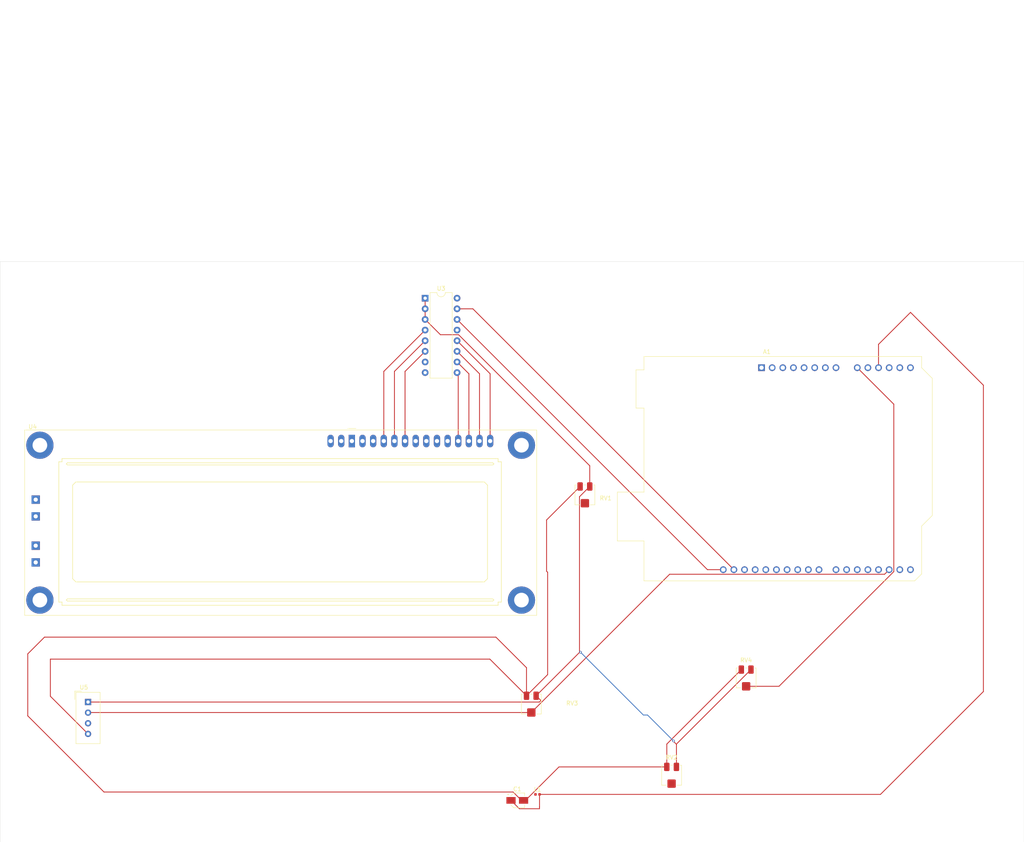
<source format=kicad_pcb>
(kicad_pcb (version 20240108) (generator "pcbnew") (generator_version "8.0")
  (layers (0 "F.Cu" signal) (31 "B.Cu" signal) (34 "B.Paste" user) (35 "F.Paste" user) (36 "B.SilkS" user "B.Silkscreen") (37 "F.SilkS" user "F.Silkscreen") (38 "B.Mask" user) (39 "F.Mask" user) (44 "Edge.Cuts" user))
  (net 0 "")
  (net 2 "Net-(A1-D2)")
  (net 7 "Net-(U3-SDA)")
  (net 10 "Net-(A1-A0)")
  (net 15 "Net-(U3-SCL)")
  (net 20 "Net-(A1-A2)")
  (net 23 "Net-(A1-A1)")
  (net 33 "Earth")
  (net 34 "Net-(U1-s)")
  (net 35 "Net-(U1-TESTPIN)")
  (net 36 "+5V")
  (net 37 "Net-(U2-TEST)")
  (net 38 "Net-(U3-P4)")
  (net 39 "Net-(U3-P1)")
  (net 40 "Net-(U3-P5)")
  (net 42 "Net-(U3-P2)")
  (net 43 "Net-(U3-P6)")
  (net 46 "Net-(U3-P0)")
  (net 48 "Net-(U3-P7)")
  (footprint "Potentiometer_SMD:Potentiometer_Bourns_3314J_Vertical" (layer "F.Cu") (at 162.65 73)
    (property "Reference" "RV1" (at 4.95 0.8 0) (layer "F.SilkS"))
    (property "Value" "R_Potentiometer")
    (fp_line (start -2.37 -2.37) (end -2.37 2.37) (stroke (width 0.12)) (layer "F.SilkS"))
    (fp_line (start -2.37 -2.37) (end -2.06 -2.37) (stroke (width 0.12)) (layer "F.SilkS"))
    (fp_line (start -2.37 2.37) (end -1.27 2.37) (stroke (width 0.12)) (layer "F.SilkS"))
    (fp_line (start -0.24 -2.37) (end 0.24 -2.37) (stroke (width 0.12)) (layer "F.SilkS"))
    (fp_line (start 1.26 2.37) (end 2.37 2.37) (stroke (width 0.12)) (layer "F.SilkS"))
    (fp_line (start 2.06 -2.37) (end 2.37 -2.37) (stroke (width 0.12)) (layer "F.SilkS"))
    (fp_line (start 2.37 -2.37) (end 2.37 2.37) (stroke (width 0.12)) (layer "F.SilkS"))
    (pad "1" smd roundrect (at -1.15 -2) (size 1.3 2) (layers "F.Cu" "F.Paste" "F.Mask") (roundrect_rratio 0.1923076923) (net 33 "Earth"))
    (pad "2" smd roundrect (at 0 2) (size 2 2) (layers "F.Cu" "F.Paste" "F.Mask") (roundrect_rratio 0.125) (net 35 "Net-(U1-TESTPIN)"))
    (pad "3" smd roundrect (at 1.15 -2) (size 1.3 2) (layers "F.Cu" "F.Paste" "F.Mask") (roundrect_rratio 0.1923076923) (net 36 "+5V"))
  )
  (footprint "Module:Arduino_UNO_R3" (layer "F.Cu") (at 204.825 42.62)
    (property "Reference" "A1" (at 1.27 -3.81 180) (layer "F.SilkS"))
    (property "Value" "Arduino_UNO_R3")
    (fp_line (start -34.42 29.72) (end -34.42 41.4) (stroke (width 0.12)) (layer "F.SilkS"))
    (fp_line (start -34.42 41.4) (end -28.07 41.4) (stroke (width 0.12)) (layer "F.SilkS"))
    (fp_line (start -29.97 0.51) (end -29.97 9.65) (stroke (width 0.12)) (layer "F.SilkS"))
    (fp_line (start -29.97 9.65) (end -28.07 9.65) (stroke (width 0.12)) (layer "F.SilkS"))
    (fp_line (start -28.07 -2.67) (end -28.07 0.51) (stroke (width 0.12)) (layer "F.SilkS"))
    (fp_line (start -28.07 0.51) (end -29.97 0.51) (stroke (width 0.12)) (layer "F.SilkS"))
    (fp_line (start -28.07 9.65) (end -28.07 29.72) (stroke (width 0.12)) (layer "F.SilkS"))
    (fp_line (start -28.07 29.72) (end -34.42 29.72) (stroke (width 0.12)) (layer "F.SilkS"))
    (fp_line (start -28.07 41.4) (end -28.07 50.93) (stroke (width 0.12)) (layer "F.SilkS"))
    (fp_line (start -28.07 50.93) (end 36.58 50.93) (stroke (width 0.12)) (layer "F.SilkS"))
    (fp_line (start 36.58 50.93) (end 38.23 49.28) (stroke (width 0.12)) (layer "F.SilkS"))
    (fp_line (start 38.23 -2.67) (end -28.07 -2.67) (stroke (width 0.12)) (layer "F.SilkS"))
    (fp_line (start 38.23 0) (end 38.23 -2.67) (stroke (width 0.12)) (layer "F.SilkS"))
    (fp_line (start 38.23 37.85) (end 40.77 35.31) (stroke (width 0.12)) (layer "F.SilkS"))
    (fp_line (start 38.23 49.28) (end 38.23 37.85) (stroke (width 0.12)) (layer "F.SilkS"))
    (fp_line (start 40.77 2.54) (end 38.23 0) (stroke (width 0.12)) (layer "F.SilkS"))
    (fp_line (start 40.77 35.31) (end 40.77 2.54) (stroke (width 0.12)) (layer "F.SilkS"))
    (pad "1" thru_hole rect (at 0 0 90) (size 1.6 1.6) (drill 1) (layers "*.Cu" "*.Mask"))
    (pad "2" thru_hole oval (at 2.54 0 90) (size 1.6 1.6) (drill 1) (layers "*.Cu" "*.Mask"))
    (pad "3" thru_hole oval (at 5.08 0 90) (size 1.6 1.6) (drill 1) (layers "*.Cu" "*.Mask"))
    (pad "4" thru_hole oval (at 7.62 0 90) (size 1.6 1.6) (drill 1) (layers "*.Cu" "*.Mask"))
    (pad "5" thru_hole oval (at 10.16 0 90) (size 1.6 1.6) (drill 1) (layers "*.Cu" "*.Mask"))
    (pad "6" thru_hole oval (at 12.7 0 90) (size 1.6 1.6) (drill 1) (layers "*.Cu" "*.Mask"))
    (pad "7" thru_hole oval (at 15.24 0 90) (size 1.6 1.6) (drill 1) (layers "*.Cu" "*.Mask"))
    (pad "8" thru_hole oval (at 17.78 0 90) (size 1.6 1.6) (drill 1) (layers "*.Cu" "*.Mask"))
    (pad "9" thru_hole oval (at 22.86 0 90) (size 1.6 1.6) (drill 1) (layers "*.Cu" "*.Mask") (net 10 "Net-(A1-A0)"))
    (pad "10" thru_hole oval (at 25.4 0 90) (size 1.6 1.6) (drill 1) (layers "*.Cu" "*.Mask") (net 23 "Net-(A1-A1)"))
    (pad "11" thru_hole oval (at 27.94 0 90) (size 1.6 1.6) (drill 1) (layers "*.Cu" "*.Mask") (net 20 "Net-(A1-A2)"))
    (pad "12" thru_hole oval (at 30.48 0 90) (size 1.6 1.6) (drill 1) (layers "*.Cu" "*.Mask"))
    (pad "13" thru_hole oval (at 33.02 0 90) (size 1.6 1.6) (drill 1) (layers "*.Cu" "*.Mask"))
    (pad "14" thru_hole oval (at 35.56 0 90) (size 1.6 1.6) (drill 1) (layers "*.Cu" "*.Mask"))
    (pad "15" thru_hole oval (at 35.56 48.26 90) (size 1.6 1.6) (drill 1) (layers "*.Cu" "*.Mask"))
    (pad "16" thru_hole oval (at 33.02 48.26 90) (size 1.6 1.6) (drill 1) (layers "*.Cu" "*.Mask"))
    (pad "17" thru_hole oval (at 30.48 48.26 90) (size 1.6 1.6) (drill 1) (layers "*.Cu" "*.Mask") (net 2 "Net-(A1-D2)"))
    (pad "18" thru_hole oval (at 27.94 48.26 90) (size 1.6 1.6) (drill 1) (layers "*.Cu" "*.Mask"))
    (pad "19" thru_hole oval (at 25.4 48.26 90) (size 1.6 1.6) (drill 1) (layers "*.Cu" "*.Mask"))
    (pad "20" thru_hole oval (at 22.86 48.26 90) (size 1.6 1.6) (drill 1) (layers "*.Cu" "*.Mask"))
    (pad "21" thru_hole oval (at 20.32 48.26 90) (size 1.6 1.6) (drill 1) (layers "*.Cu" "*.Mask"))
    (pad "22" thru_hole oval (at 17.78 48.26 90) (size 1.6 1.6) (drill 1) (layers "*.Cu" "*.Mask"))
    (pad "23" thru_hole oval (at 13.72 48.26 90) (size 1.6 1.6) (drill 1) (layers "*.Cu" "*.Mask"))
    (pad "24" thru_hole oval (at 11.18 48.26 90) (size 1.6 1.6) (drill 1) (layers "*.Cu" "*.Mask"))
    (pad "25" thru_hole oval (at 8.64 48.26 90) (size 1.6 1.6) (drill 1) (layers "*.Cu" "*.Mask"))
    (pad "26" thru_hole oval (at 6.1 48.26 90) (size 1.6 1.6) (drill 1) (layers "*.Cu" "*.Mask"))
    (pad "27" thru_hole oval (at 3.56 48.26 90) (size 1.6 1.6) (drill 1) (layers "*.Cu" "*.Mask"))
    (pad "28" thru_hole oval (at 1.02 48.26 90) (size 1.6 1.6) (drill 1) (layers "*.Cu" "*.Mask"))
    (pad "29" thru_hole oval (at -1.52 48.26 90) (size 1.6 1.6) (drill 1) (layers "*.Cu" "*.Mask"))
    (pad "30" thru_hole oval (at -4.06 48.26 90) (size 1.6 1.6) (drill 1) (layers "*.Cu" "*.Mask"))
    (pad "31" thru_hole oval (at -6.6 48.26 90) (size 1.6 1.6) (drill 1) (layers "*.Cu" "*.Mask") (net 7 "Net-(U3-SDA)"))
    (pad "32" thru_hole oval (at -9.14 48.26 90) (size 1.6 1.6) (drill 1) (layers "*.Cu" "*.Mask") (net 15 "Net-(U3-SCL)"))
  )
  (footprint "Package_DIP:DIP-16_W7.62mm" (layer "F.Cu") (at 124.5 26.01)
    (property "Reference" "U3" (at 3.81 -2.33 0) (layer "F.SilkS"))
    (property "Value" "PCF8574P")
    (fp_line (start 1.16 -1.33) (end 1.16 19.11) (stroke (width 0.12)) (layer "F.SilkS"))
    (fp_line (start 1.16 19.11) (end 6.46 19.11) (stroke (width 0.12)) (layer "F.SilkS"))
    (fp_line (start 2.81 -1.33) (end 1.16 -1.33) (stroke (width 0.12)) (layer "F.SilkS"))
    (fp_line (start 6.46 -1.33) (end 4.81 -1.33) (stroke (width 0.12)) (layer "F.SilkS"))
    (fp_line (start 6.46 19.11) (end 6.46 -1.33) (stroke (width 0.12)) (layer "F.SilkS"))
    (fp_arc (start 4.81 -1.33) (mid 3.81 -0.33) (end 2.81 -1.33) (stroke (width 0.12)) (layer "F.SilkS"))
    (pad "1" thru_hole rect (at 0 0) (size 1.6 1.6) (drill 0.8) (layers "*.Cu" "*.Mask") (net 36 "+5V"))
    (pad "2" thru_hole oval (at 0 2.54) (size 1.6 1.6) (drill 0.8) (layers "*.Cu" "*.Mask") (net 36 "+5V"))
    (pad "3" thru_hole oval (at 0 5.08) (size 1.6 1.6) (drill 0.8) (layers "*.Cu" "*.Mask") (net 36 "+5V"))
    (pad "4" thru_hole oval (at 0 7.62) (size 1.6 1.6) (drill 0.8) (layers "*.Cu" "*.Mask") (net 46 "Net-(U3-P0)"))
    (pad "5" thru_hole oval (at 0 10.16) (size 1.6 1.6) (drill 0.8) (layers "*.Cu" "*.Mask") (net 39 "Net-(U3-P1)"))
    (pad "6" thru_hole oval (at 0 12.7) (size 1.6 1.6) (drill 0.8) (layers "*.Cu" "*.Mask") (net 42 "Net-(U3-P2)"))
    (pad "7" thru_hole oval (at 0 15.24) (size 1.6 1.6) (drill 0.8) (layers "*.Cu" "*.Mask"))
    (pad "8" thru_hole oval (at 0 17.78) (size 1.6 1.6) (drill 0.8) (layers "*.Cu" "*.Mask"))
    (pad "9" thru_hole oval (at 7.62 17.78) (size 1.6 1.6) (drill 0.8) (layers "*.Cu" "*.Mask") (net 38 "Net-(U3-P4)"))
    (pad "10" thru_hole oval (at 7.62 15.24) (size 1.6 1.6) (drill 0.8) (layers "*.Cu" "*.Mask") (net 40 "Net-(U3-P5)"))
    (pad "11" thru_hole oval (at 7.62 12.7) (size 1.6 1.6) (drill 0.8) (layers "*.Cu" "*.Mask") (net 43 "Net-(U3-P6)"))
    (pad "12" thru_hole oval (at 7.62 10.16) (size 1.6 1.6) (drill 0.8) (layers "*.Cu" "*.Mask") (net 48 "Net-(U3-P7)"))
    (pad "13" thru_hole oval (at 7.62 7.62) (size 1.6 1.6) (drill 0.8) (layers "*.Cu" "*.Mask"))
    (pad "14" thru_hole oval (at 7.62 5.08) (size 1.6 1.6) (drill 0.8) (layers "*.Cu" "*.Mask") (net 15 "Net-(U3-SCL)"))
    (pad "15" thru_hole oval (at 7.62 2.54) (size 1.6 1.6) (drill 0.8) (layers "*.Cu" "*.Mask") (net 7 "Net-(U3-SDA)"))
    (pad "16" thru_hole oval (at 7.62 0) (size 1.6 1.6) (drill 0.8) (layers "*.Cu" "*.Mask"))
  )
  (footprint "Sensor:Aosong_DHT11_5.5x12.0_P2.54mm" (layer "F.Cu") (at 44 122.5)
    (property "Reference" "U5" (at -1 -3.5 0) (layer "F.SilkS"))
    (property "Value" "DHT11")
    (fp_line (start -3.16 -2.6) (end -3.16 -0.6) (stroke (width 0.12)) (layer "F.SilkS"))
    (fp_line (start -3.16 -2.6) (end -1.55 -2.6) (stroke (width 0.12)) (layer "F.SilkS"))
    (fp_line (start -2.88 9.94) (end -2.88 -2.31) (stroke (width 0.12)) (layer "F.SilkS"))
    (fp_line (start -2.87 -2.32) (end 2.87 -2.32) (stroke (width 0.12)) (layer "F.SilkS"))
    (fp_line (start 2.88 -2.32) (end 2.88 9.94) (stroke (width 0.12)) (layer "F.SilkS"))
    (fp_line (start 2.88 9.94) (end -2.88 9.94) (stroke (width 0.12)) (layer "F.SilkS"))
    (pad "1" thru_hole rect (at 0 0) (size 1.5 1.5) (drill 0.8) (layers "*.Cu" "*.Mask") (net 36 "+5V"))
    (pad "2" thru_hole circle (at 0 2.54) (size 1.5 1.5) (drill 0.8) (layers "*.Cu" "*.Mask") (net 2 "Net-(A1-D2)"))
    (pad "3" thru_hole circle (at 0 5.08) (size 1.5 1.5) (drill 0.8) (layers "*.Cu" "*.Mask"))
    (pad "4" thru_hole circle (at 0 7.62) (size 1.5 1.5) (drill 0.8) (layers "*.Cu" "*.Mask") (net 33 "Earth"))
  )
  (footprint "Capacitor_SMD:CP_Elec_3x5.3" (layer "F.Cu") (at 146.5 146)
    (property "Reference" "C1" (at 0 -2.7 0) (layer "F.SilkS"))
    (property "Value" "C_Polarized_Small_US")
    (fp_line (start -2.375 -1.435) (end -2 -1.435) (stroke (width 0.12)) (layer "F.SilkS"))
    (fp_line (start -2.1875 -1.6225) (end -2.1875 -1.2475) (stroke (width 0.12)) (layer "F.SilkS"))
    (fp_line (start -1.570563 -1.06) (end -0.870563 -1.76) (stroke (width 0.12)) (layer "F.SilkS"))
    (fp_line (start -1.570563 1.06) (end -0.870563 1.76) (stroke (width 0.12)) (layer "F.SilkS"))
    (fp_line (start -0.870563 -1.76) (end 1.76 -1.76) (stroke (width 0.12)) (layer "F.SilkS"))
    (fp_line (start -0.870563 1.76) (end 1.76 1.76) (stroke (width 0.12)) (layer "F.SilkS"))
    (fp_line (start 1.76 -1.76) (end 1.76 -1.06) (stroke (width 0.12)) (layer "F.SilkS"))
    (fp_line (start 1.76 1.76) (end 1.76 1.06) (stroke (width 0.12)) (layer "F.SilkS"))
    (pad "1" smd rect (at -1.5 0) (size 2.2 1.6) (layers "F.Cu" "F.Paste" "F.Mask") (net 20 "Net-(A1-A2)"))
    (pad "2" smd rect (at 1.5 0) (size 2.2 1.6) (layers "F.Cu" "F.Paste" "F.Mask") (net 33 "Earth"))
  )
  (footprint "Potentiometer_SMD:Potentiometer_Bourns_3314J_Vertical" (layer "F.Cu") (at 149.85 123)
    (property "Reference" "RV3" (at 9.75 -0.2 0) (layer "F.SilkS"))
    (property "Value" "R_Potentiometer")
    (fp_line (start -2.37 -2.37) (end -2.37 2.37) (stroke (width 0.12)) (layer "F.SilkS"))
    (fp_line (start -2.37 -2.37) (end -2.06 -2.37) (stroke (width 0.12)) (layer "F.SilkS"))
    (fp_line (start -2.37 2.37) (end -1.27 2.37) (stroke (width 0.12)) (layer "F.SilkS"))
    (fp_line (start -0.24 -2.37) (end 0.24 -2.37) (stroke (width 0.12)) (layer "F.SilkS"))
    (fp_line (start 1.26 2.37) (end 2.37 2.37) (stroke (width 0.12)) (layer "F.SilkS"))
    (fp_line (start 2.06 -2.37) (end 2.37 -2.37) (stroke (width 0.12)) (layer "F.SilkS"))
    (fp_line (start 2.37 -2.37) (end 2.37 2.37) (stroke (width 0.12)) (layer "F.SilkS"))
    (pad "1" smd roundrect (at -1.15 -2) (size 1.3 2) (layers "F.Cu" "F.Paste" "F.Mask") (roundrect_rratio 0.1923076923) (net 33 "Earth"))
    (pad "2" smd roundrect (at 0 2) (size 2 2) (layers "F.Cu" "F.Paste" "F.Mask") (roundrect_rratio 0.125) (net 2 "Net-(A1-D2)"))
    (pad "3" smd roundrect (at 1.15 -2) (size 1.3 2) (layers "F.Cu" "F.Paste" "F.Mask") (roundrect_rratio 0.1923076923) (net 36 "+5V"))
  )
  (footprint "Potentiometer_SMD:Potentiometer_Bourns_3314J_Vertical" (layer "F.Cu") (at 201.15 116.75)
    (property "Reference" "RV4" (at 0 -4.25 0) (layer "F.SilkS"))
    (property "Value" "R_Potentiometer")
    (fp_line (start -2.37 -2.37) (end -2.37 2.37) (stroke (width 0.12)) (layer "F.SilkS"))
    (fp_line (start -2.37 -2.37) (end -2.06 -2.37) (stroke (width 0.12)) (layer "F.SilkS"))
    (fp_line (start -2.37 2.37) (end -1.27 2.37) (stroke (width 0.12)) (layer "F.SilkS"))
    (fp_line (start -0.24 -2.37) (end 0.24 -2.37) (stroke (width 0.12)) (layer "F.SilkS"))
    (fp_line (start 1.26 2.37) (end 2.37 2.37) (stroke (width 0.12)) (layer "F.SilkS"))
    (fp_line (start 2.06 -2.37) (end 2.37 -2.37) (stroke (width 0.12)) (layer "F.SilkS"))
    (fp_line (start 2.37 -2.37) (end 2.37 2.37) (stroke (width 0.12)) (layer "F.SilkS"))
    (pad "1" smd roundrect (at -1.15 -2) (size 1.3 2) (layers "F.Cu" "F.Paste" "F.Mask") (roundrect_rratio 0.1923076923) (net 33 "Earth"))
    (pad "2" smd roundrect (at 0 2) (size 2 2) (layers "F.Cu" "F.Paste" "F.Mask") (roundrect_rratio 0.125) (net 10 "Net-(A1-A0)"))
    (pad "3" smd roundrect (at 1.15 -2) (size 1.3 2) (layers "F.Cu" "F.Paste" "F.Mask") (roundrect_rratio 0.1923076923) (net 36 "+5V"))
  )
  (footprint "Inductor_SMD:L_0402_1005Metric" (layer "F.Cu") (at 151.33 144.57)
    (property "Reference" "L1" (at 0 -1.17 0) (layer "F.SilkS"))
    (property "Value" "L_Small")
    (pad "1" smd roundrect (at -0.485 0) (size 0.59 0.64) (layers "F.Cu" "F.Paste" "F.Mask") (net 34 "Net-(U1-s)"))
    (pad "2" smd roundrect (at 0.485 0) (size 0.59 0.64) (layers "F.Cu" "F.Paste" "F.Mask") (net 20 "Net-(A1-A2)"))
  )
  (footprint "Potentiometer_SMD:Potentiometer_Bourns_3314J_Vertical" (layer "F.Cu") (at 183.35 140)
    (property "Reference" "RV2" (at 0 -4.25 0) (layer "F.SilkS"))
    (property "Value" "R_Potentiometer")
    (fp_line (start -2.37 -2.37) (end -2.37 2.37) (stroke (width 0.12)) (layer "F.SilkS"))
    (fp_line (start -2.37 -2.37) (end -2.06 -2.37) (stroke (width 0.12)) (layer "F.SilkS"))
    (fp_line (start -2.37 2.37) (end -1.27 2.37) (stroke (width 0.12)) (layer "F.SilkS"))
    (fp_line (start -0.24 -2.37) (end 0.24 -2.37) (stroke (width 0.12)) (layer "F.SilkS"))
    (fp_line (start 1.26 2.37) (end 2.37 2.37) (stroke (width 0.12)) (layer "F.SilkS"))
    (fp_line (start 2.06 -2.37) (end 2.37 -2.37) (stroke (width 0.12)) (layer "F.SilkS"))
    (fp_line (start 2.37 -2.37) (end 2.37 2.37) (stroke (width 0.12)) (layer "F.SilkS"))
    (pad "1" smd roundrect (at -1.15 -2) (size 1.3 2) (layers "F.Cu" "F.Paste" "F.Mask") (roundrect_rratio 0.1923076923) (net 33 "Earth"))
    (pad "2" smd roundrect (at 0 2) (size 2 2) (layers "F.Cu" "F.Paste" "F.Mask") (roundrect_rratio 0.125) (net 37 "Net-(U2-TEST)"))
    (pad "3" smd roundrect (at 1.15 -2) (size 1.3 2) (layers "F.Cu" "F.Paste" "F.Mask") (roundrect_rratio 0.1923076923) (net 36 "+5V"))
  )
  (footprint "Display:LCD-016N002L" (layer "F.Cu") (at 107 60.1425)
    (property "Reference" "U4" (at -76.21 -3.41 180) (layer "F.SilkS"))
    (property "Value" "LCD-016N002L")
    (fp_line (start -78.14 -2.64) (end -78.14 41.64) (stroke (width 0.12)) (layer "F.SilkS"))
    (fp_line (start -78.14 41.64) (end 44.14 41.64) (stroke (width 0.12)) (layer "F.SilkS"))
    (fp_line (start -69.977 4.953) (end -69.977 38.481) (stroke (width 0.15)) (layer "F.SilkS"))
    (fp_line (start -69.215 4.191) (end -69.215 4.953) (stroke (width 0.15)) (layer "F.SilkS"))
    (fp_line (start -69.215 4.953) (end -69.977 4.953) (stroke (width 0.15)) (layer "F.SilkS"))
    (fp_line (start -69.215 38.481) (end -69.977 38.481) (stroke (width 0.15)) (layer "F.SilkS"))
    (fp_line (start -69.215 39.243) (end -69.215 38.481) (stroke (width 0.15)) (layer "F.SilkS"))
    (fp_line (start -69.215 39.243) (end 34.925 39.243) (stroke (width 0.15)) (layer "F.SilkS"))
    (fp_line (start -68.199 5.461) (end -67.945 5.715) (stroke (width 0.15)) (layer "F.SilkS"))
    (fp_line (start -68.199 37.973) (end -67.945 38.227) (stroke (width 0.15)) (layer "F.SilkS"))
    (fp_line (start -67.945 5.207) (end -68.199 5.461) (stroke (width 0.15)) (layer "F.SilkS"))
    (fp_line (start -67.945 5.715) (end 33.655 5.715) (stroke (width 0.15)) (layer "F.SilkS"))
    (fp_line (start -67.945 37.719) (end -68.199 37.973) (stroke (width 0.15)) (layer "F.SilkS"))
    (fp_line (start -67.945 38.227) (end 33.655 38.227) (stroke (width 0.15)) (layer "F.SilkS"))
    (fp_line (start -66.675 10.541) (end -65.913 9.779) (stroke (width 0.15)) (layer "F.SilkS"))
    (fp_line (start -66.675 32.893) (end -66.675 10.541) (stroke (width 0.15)) (layer "F.SilkS"))
    (fp_line (start -65.913 9.779) (end 31.623 9.779) (stroke (width 0.15)) (layer "F.SilkS"))
    (fp_line (start -65.913 33.655) (end -66.675 32.893) (stroke (width 0.15)) (layer "F.SilkS"))
    (fp_line (start -1 -3) (end 1 -3) (stroke (width 0.12)) (layer "F.SilkS"))
    (fp_line (start 31.623 9.779) (end 32.385 10.541) (stroke (width 0.15)) (layer "F.SilkS"))
    (fp_line (start 31.623 33.655) (end -65.913 33.655) (stroke (width 0.15)) (layer "F.SilkS"))
    (fp_line (start 32.385 10.541) (end 32.385 32.893) (stroke (width 0.15)) (layer "F.SilkS"))
    (fp_line (start 32.385 32.893) (end 31.623 33.655) (stroke (width 0.15)) (layer "F.SilkS"))
    (fp_line (start 33.655 5.207) (end -67.945 5.207) (stroke (width 0.15)) (layer "F.SilkS"))
    (fp_line (start 33.655 5.207) (end 33.909 5.461) (stroke (width 0.15)) (layer "F.SilkS"))
    (fp_line (start 33.655 37.719) (end -67.945 37.719) (stroke (width 0.15)) (layer "F.SilkS"))
    (fp_line (start 33.655 38.227) (end 33.909 37.973) (stroke (width 0.15)) (layer "F.SilkS"))
    (fp_line (start 33.909 5.461) (end 33.655 5.715) (stroke (width 0.15)) (layer "F.SilkS"))
    (fp_line (start 33.909 37.973) (end 33.655 37.719) (stroke (width 0.15)) (layer "F.SilkS"))
    (fp_line (start 34.925 4.191) (end -69.215 4.191) (stroke (width 0.15)) (layer "F.SilkS"))
    (fp_line (start 34.925 4.191) (end 34.925 4.953) (stroke (width 0.15)) (layer "F.SilkS"))
    (fp_line (start 34.925 4.953) (end 35.687 4.953) (stroke (width 0.15)) (layer "F.SilkS"))
    (fp_line (start 34.925 38.481) (end 34.925 39.243) (stroke (width 0.15)) (layer "F.SilkS"))
    (fp_line (start 35.687 38.481) (end 34.925 38.481) (stroke (width 0.15)) (layer "F.SilkS"))
    (fp_line (start 35.687 38.481) (end 35.687 4.953) (stroke (width 0.15)) (layer "F.SilkS"))
    (fp_line (start 44.14 -2.64) (end -78.14 -2.64) (stroke (width 0.12)) (layer "F.SilkS"))
    (fp_line (start 44.14 -2.64) (end 44.14 41.64) (stroke (width 0.12)) (layer "F.SilkS"))
    (pad "" thru_hole circle (at -74.5 1 180) (size 6.5 6.5) (drill 3.5) (layers "*.Cu" "*.Mask"))
    (pad "" thru_hole circle (at -74.5 38 180) (size 6.5 6.5) (drill 3.5) (layers "*.Cu" "*.Mask"))
    (pad "" thru_hole circle (at 40.5 1 180) (size 6.5 6.5) (drill 3.5) (layers "*.Cu" "*.Mask"))
    (pad "" thru_hole circle (at 40.5 38 180) (size 6.5 6.5) (drill 3.5) (layers "*.Cu" "*.Mask"))
    (pad "1" thru_hole rect (at 0 0 180) (size 1.5 3) (drill 1) (layers "*.Cu" "*.Mask"))
    (pad "2" thru_hole oval (at 2.54 0 180) (size 1.5 3) (drill 1) (layers "*.Cu" "*.Mask"))
    (pad "3" thru_hole oval (at 5.08 0 180) (size 1.5 3) (drill 1) (layers "*.Cu" "*.Mask"))
    (pad "4" thru_hole oval (at 7.62 0 180) (size 1.5 3) (drill 1) (layers "*.Cu" "*.Mask") (net 46 "Net-(U3-P0)"))
    (pad "5" thru_hole oval (at 10.16 0 180) (size 1.5 3) (drill 1) (layers "*.Cu" "*.Mask") (net 39 "Net-(U3-P1)"))
    (pad "6" thru_hole oval (at 12.7 0 180) (size 1.5 3) (drill 1) (layers "*.Cu" "*.Mask") (net 42 "Net-(U3-P2)"))
    (pad "7" thru_hole oval (at 15.24 0 180) (size 1.5 3) (drill 1) (layers "*.Cu" "*.Mask"))
    (pad "8" thru_hole oval (at 17.78 0 180) (size 1.5 3) (drill 1) (layers "*.Cu" "*.Mask"))
    (pad "9" thru_hole oval (at 20.32 0 180) (size 1.5 3) (drill 1) (layers "*.Cu" "*.Mask"))
    (pad "10" thru_hole oval (at 22.86 0 180) (size 1.5 3) (drill 1) (layers "*.Cu" "*.Mask"))
    (pad "11" thru_hole oval (at 25.4 0 180) (size 1.5 3) (drill 1) (layers "*.Cu" "*.Mask") (net 38 "Net-(U3-P4)"))
    (pad "12" thru_hole oval (at 27.94 0 180) (size 1.5 3) (drill 1) (layers "*.Cu" "*.Mask") (net 40 "Net-(U3-P5)"))
    (pad "13" thru_hole oval (at 30.48 0 180) (size 1.5 3) (drill 1) (layers "*.Cu" "*.Mask") (net 43 "Net-(U3-P6)"))
    (pad "14" thru_hole oval (at 33.02 0 180) (size 1.5 3) (drill 1) (layers "*.Cu" "*.Mask") (net 48 "Net-(U3-P7)"))
    (pad "15" thru_hole oval (at -2.54 0 180) (size 1.5 3) (drill 1) (layers "*.Cu" "*.Mask"))
    (pad "16" thru_hole oval (at -5.08 0 180) (size 1.5 3) (drill 1) (layers "*.Cu" "*.Mask"))
    (pad "A1" thru_hole rect (at -75.5 14 180) (size 2 2) (drill 1) (layers "*.Cu" "*.Mask"))
    (pad "A2" thru_hole rect (at -75.5 25 180) (size 2 2) (drill 1) (layers "*.Cu" "*.Mask"))
    (pad "K1" thru_hole rect (at -75.5 18 180) (size 2 2) (drill 1) (layers "*.Cu" "*.Mask"))
    (pad "K2" thru_hole rect (at -75.5 29 180) (size 2 2) (drill 1) (layers "*.Cu" "*.Mask"))
  )
  (gr_rect (start 23 17.25) (end 267.5 156) (stroke (width 0.05)) (fill none) (layer "Edge.Cuts"))
  (segment (start 44.04 125) (end 44 125.04) (width 0.2) (layer "F.Cu") (net 2))
  (segment (start 234.205 91.98) (end 182.87 91.98) (width 0.2) (layer "F.Cu") (net 2))
  (segment (start 235.305 90.88) (end 234.205 91.98) (width 0.2) (layer "F.Cu") (net 2))
  (segment (start 149.85 125) (end 44.04 125) (width 0.2) (layer "F.Cu") (net 2))
  (segment (start 182.87 91.98) (end 149.85 125) (width 0.2) (layer "F.Cu") (net 2))
  (segment (start 135.895 28.55) (end 198.225 90.88) (width 0.2) (layer "F.Cu") (net 7))
  (segment (start 132.12 28.55) (end 135.895 28.55) (width 0.2) (layer "F.Cu") (net 7))
  (segment (start 236.405 51.34) (end 236.405 91.335635) (width 0.2) (layer "F.Cu") (net 10))
  (segment (start 236.405 91.335635) (end 208.990635 118.75) (width 0.2) (layer "F.Cu") (net 10))
  (segment (start 208.990635 118.75) (end 201.15 118.75) (width 0.2) (layer "F.Cu") (net 10))
  (segment (start 227.685 42.62) (end 236.405 51.34) (width 0.2) (layer "F.Cu") (net 10))
  (segment (start 191.91 90.88) (end 132.12 31.09) (width 0.2) (layer "F.Cu") (net 15))
  (segment (start 195.685 90.88) (end 191.91 90.88) (width 0.2) (layer "F.Cu") (net 15))
  (segment (start 145 146) (end 147 148) (width 0.2) (layer "F.Cu") (net 20))
  (segment (start 151.8 147.6) (end 151.815 147.585) (width 0.2) (layer "F.Cu") (net 20))
  (segment (start 257.8 120) (end 257.8 46.8) (width 0.2) (layer "F.Cu") (net 20))
  (segment (start 232.765 37.035) (end 232.765 42.62) (width 0.2) (layer "F.Cu") (net 20))
  (segment (start 151.815 147.585) (end 151.815 144.57) (width 0.2) (layer "F.Cu") (net 20))
  (segment (start 147 148) (end 151.8 148) (width 0.2) (layer "F.Cu") (net 20))
  (segment (start 151.8 148) (end 151.8 147.6) (width 0.2) (layer "F.Cu") (net 20))
  (segment (start 257.8 46.8) (end 240.4 29.4) (width 0.2) (layer "F.Cu") (net 20))
  (segment (start 233.23 144.57) (end 257.8 120) (width 0.2) (layer "F.Cu") (net 20))
  (segment (start 151.815 144.57) (end 233.23 144.57) (width 0.2) (layer "F.Cu") (net 20))
  (segment (start 240.4 29.4) (end 232.765 37.035) (width 0.2) (layer "F.Cu") (net 20))
  (segment (start 153.5 79) (end 153.5 91.25) (width 0.2) (layer "F.Cu") (net 33))
  (segment (start 33.6 107) (end 29.6 111) (width 0.2) (layer "F.Cu") (net 33))
  (segment (start 148.7 114.3) (end 141.4 107) (width 0.2) (layer "F.Cu") (net 33))
  (segment (start 47.8 144) (end 145.5 144) (width 0.2) (layer "F.Cu") (net 33))
  (segment (start 29.6 125.8) (end 47.8 144) (width 0.2) (layer "F.Cu") (net 33))
  (segment (start 153.75 91.5) (end 153.75 115.95) (width 0.2) (layer "F.Cu") (net 33))
  (segment (start 145.5 144) (end 147.5 146) (width 0.2) (layer "F.Cu") (net 33))
  (segment (start 182.2 138) (end 182.2 132.55) (width 0.2) (layer "F.Cu") (net 33))
  (segment (start 35 112.25) (end 35 121.12) (width 0.2) (layer "F.Cu") (net 33))
  (segment (start 148.7 121) (end 139.95 112.25) (width 0.2) (layer "F.Cu") (net 33))
  (segment (start 182.2 138) (end 156.458052 138) (width 0.2) (layer "F.Cu") (net 33))
  (segment (start 161.5 71) (end 153.5 79) (width 0.2) (layer "F.Cu") (net 33))
  (segment (start 148.7 121) (end 148.7 114.3) (width 0.2) (layer "F.Cu") (net 33))
  (segment (start 147.5 146) (end 148 146) (width 0.2) (layer "F.Cu") (net 33))
  (segment (start 156.458052 138) (end 148.458052 146) (width 0.2) (layer "F.Cu") (net 33))
  (segment (start 141.4 107) (end 33.6 107) (width 0.2) (layer "F.Cu") (net 33))
  (segment (start 139.95 112.25) (end 35 112.25) (width 0.2) (layer "F.Cu") (net 33))
  (segment (start 29.6 111) (end 29.6 125.8) (width 0.2) (layer "F.Cu") (net 33))
  (segment (start 153.5 91.25) (end 153.75 91.5) (width 0.2) (layer "F.Cu") (net 33))
  (segment (start 148.458052 146) (end 148 146) (width 0.2) (layer "F.Cu") (net 33))
  (segment (start 35 121.12) (end 44 130.12) (width 0.2) (layer "F.Cu") (net 33))
  (segment (start 182.2 132.55) (end 200 114.75) (width 0.2) (layer "F.Cu") (net 33))
  (segment (start 153.75 115.95) (end 148.7 121) (width 0.2) (layer "F.Cu") (net 33))
  (segment (start 163.8 71) (end 161.35 73.45) (width 0.2) (layer "F.Cu") (net 36))
  (segment (start 163.8 71) (end 163.8 66.05) (width 0.2) (layer "F.Cu") (net 36))
  (segment (start 184.5 132.6) (end 184.5 138) (width 0.2) (layer "F.Cu") (net 36))
  (segment (start 163.8 66.05) (end 132.48 34.73) (width 0.2) (layer "F.Cu") (net 36))
  (segment (start 124.5 28.55) (end 124.5 26.01) (width 0.2) (layer "F.Cu") (net 36))
  (segment (start 161.35 110.4) (end 161.35 110.65) (width 0.2) (layer "F.Cu") (net 36))
  (segment (start 161.35 110.4) (end 161.4 110.4) (width 0.2) (layer "F.Cu") (net 36))
  (segment (start 151.784314 122.5) (end 152.142157 122.142157) (width 0.2) (layer "F.Cu") (net 36))
  (segment (start 184.5 132.55) (end 184.5 132.6) (width 0.2) (layer "F.Cu") (net 36))
  (segment (start 161.4 110.4) (end 161.6 110.6) (width 0.2) (layer "F.Cu") (net 36))
  (segment (start 202.3 114.75) (end 184.5 132.55) (width 0.2) (layer "F.Cu") (net 36))
  (segment (start 184.5 132.6) (end 183.8 131.9) (width 0.2) (layer "F.Cu") (net 36))
  (segment (start 152.142157 122.142157) (end 151 121) (width 0.2) (layer "F.Cu") (net 36))
  (segment (start 44 122.5) (end 151.784314 122.5) (width 0.2) (layer "F.Cu") (net 36))
  (segment (start 161.35 110.65) (end 151 121) (width 0.2) (layer "F.Cu") (net 36))
  (segment (start 183.8 131.9) (end 183.8 131.8) (width 0.2) (layer "F.Cu") (net 36))
  (segment (start 128.14 34.73) (end 124.5 31.09) (width 0.2) (layer "F.Cu") (net 36))
  (segment (start 124.5 31.09) (end 124.5 28.55) (width 0.2) (layer "F.Cu") (net 36))
  (segment (start 132.48 34.73) (end 128.14 34.73) (width 0.2) (layer "F.Cu") (net 36))
  (segment (start 161.35 73.45) (end 161.35 110.4) (width 0.2) (layer "F.Cu") (net 36))
  (via (at 161.6 110.6) (size 0.6) (drill 0.3) (layers "F.Cu" "B.Cu") (net 36))
  (via (at 183.8 131.8) (size 0.6) (drill 0.3) (layers "F.Cu" "B.Cu") (net 36))
  (segment (start 161.4 110.4) (end 161.6 110.6) (width 0.2) (layer "B.Cu") (net 36))
  (segment (start 183.8 131.8) (end 177.6 125.6) (width 0.2) (layer "B.Cu") (net 36))
  (segment (start 161.6 110.6) (end 176.6 125.6) (width 0.2) (layer "B.Cu") (net 36))
  (segment (start 176.6 125.6) (end 177.6 125.6) (width 0.2) (layer "B.Cu") (net 36))
  (segment (start 132.4 44.07) (end 132.12 43.79) (width 0.2) (layer "F.Cu") (net 38))
  (segment (start 132.4 60.1425) (end 132.4 44.07) (width 0.2) (layer "F.Cu") (net 38))
  (segment (start 117.16 43.51) (end 117.16 60.1425) (width 0.2) (layer "F.Cu") (net 39))
  (segment (start 124.5 36.17) (end 117.16 43.51) (width 0.2) (layer "F.Cu") (net 39))
  (segment (start 134.94 60.1425) (end 134.94 44.07) (width 0.2) (layer "F.Cu") (net 40))
  (segment (start 134.94 44.07) (end 132.12 41.25) (width 0.2) (layer "F.Cu") (net 40))
  (segment (start 124.5 38.71) (end 119.7 43.51) (width 0.2) (layer "F.Cu") (net 42))
  (segment (start 119.7 43.51) (end 119.7 60.1425) (width 0.2) (layer "F.Cu") (net 42))
  (segment (start 137.48 44.07) (end 132.12 38.71) (width 0.2) (layer "F.Cu") (net 43))
  (segment (start 137.48 60.1425) (end 137.48 44.07) (width 0.2) (layer "F.Cu") (net 43))
  (segment (start 124.5 33.63) (end 114.62 43.51) (width 0.2) (layer "F.Cu") (net 46))
  (segment (start 114.62 43.51) (end 114.62 60.1425) (width 0.2) (layer "F.Cu") (net 46))
  (segment (start 140.02 60.1425) (end 140.02 44.07) (width 0.2) (layer "F.Cu") (net 48))
  (segment (start 140.02 44.07) (end 132.12 36.17) (width 0.2) (layer "F.Cu") (net 48))
)
</source>
